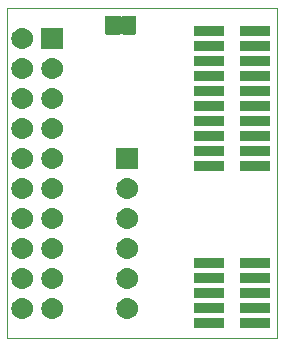
<source format=gbr>
G04 #@! TF.GenerationSoftware,KiCad,Pcbnew,(5.1.4)-1*
G04 #@! TF.CreationDate,2020-04-26T19:25:10+02:00*
G04 #@! TF.ProjectId,JtagArm20Adapter,4a746167-4172-46d3-9230-416461707465,rev?*
G04 #@! TF.SameCoordinates,Original*
G04 #@! TF.FileFunction,Soldermask,Top*
G04 #@! TF.FilePolarity,Negative*
%FSLAX46Y46*%
G04 Gerber Fmt 4.6, Leading zero omitted, Abs format (unit mm)*
G04 Created by KiCad (PCBNEW (5.1.4)-1) date 2020-04-26 19:25:10*
%MOMM*%
%LPD*%
G04 APERTURE LIST*
%ADD10C,0.050000*%
%ADD11C,0.100000*%
G04 APERTURE END LIST*
D10*
X138430000Y-107950000D02*
X138430000Y-80010000D01*
X161290000Y-107950000D02*
X138430000Y-107950000D01*
X161290000Y-80010000D02*
X161290000Y-107950000D01*
X138430000Y-80010000D02*
X161290000Y-80010000D01*
D11*
G36*
X160681000Y-107101000D02*
G01*
X158179000Y-107101000D01*
X158179000Y-106259000D01*
X160681000Y-106259000D01*
X160681000Y-107101000D01*
X160681000Y-107101000D01*
G37*
G36*
X156781000Y-107101000D02*
G01*
X154279000Y-107101000D01*
X154279000Y-106259000D01*
X156781000Y-106259000D01*
X156781000Y-107101000D01*
X156781000Y-107101000D01*
G37*
G36*
X148700443Y-104515519D02*
G01*
X148766627Y-104522037D01*
X148936466Y-104573557D01*
X149092991Y-104657222D01*
X149128729Y-104686552D01*
X149230186Y-104769814D01*
X149313448Y-104871271D01*
X149342778Y-104907009D01*
X149426443Y-105063534D01*
X149477963Y-105233373D01*
X149495359Y-105410000D01*
X149477963Y-105586627D01*
X149426443Y-105756466D01*
X149342778Y-105912991D01*
X149313448Y-105948729D01*
X149230186Y-106050186D01*
X149128729Y-106133448D01*
X149092991Y-106162778D01*
X148936466Y-106246443D01*
X148766627Y-106297963D01*
X148700442Y-106304482D01*
X148634260Y-106311000D01*
X148545740Y-106311000D01*
X148479558Y-106304482D01*
X148413373Y-106297963D01*
X148243534Y-106246443D01*
X148087009Y-106162778D01*
X148051271Y-106133448D01*
X147949814Y-106050186D01*
X147866552Y-105948729D01*
X147837222Y-105912991D01*
X147753557Y-105756466D01*
X147702037Y-105586627D01*
X147684641Y-105410000D01*
X147702037Y-105233373D01*
X147753557Y-105063534D01*
X147837222Y-104907009D01*
X147866552Y-104871271D01*
X147949814Y-104769814D01*
X148051271Y-104686552D01*
X148087009Y-104657222D01*
X148243534Y-104573557D01*
X148413373Y-104522037D01*
X148479557Y-104515519D01*
X148545740Y-104509000D01*
X148634260Y-104509000D01*
X148700443Y-104515519D01*
X148700443Y-104515519D01*
G37*
G36*
X142350443Y-104515519D02*
G01*
X142416627Y-104522037D01*
X142586466Y-104573557D01*
X142742991Y-104657222D01*
X142778729Y-104686552D01*
X142880186Y-104769814D01*
X142963448Y-104871271D01*
X142992778Y-104907009D01*
X143076443Y-105063534D01*
X143127963Y-105233373D01*
X143145359Y-105410000D01*
X143127963Y-105586627D01*
X143076443Y-105756466D01*
X142992778Y-105912991D01*
X142963448Y-105948729D01*
X142880186Y-106050186D01*
X142778729Y-106133448D01*
X142742991Y-106162778D01*
X142586466Y-106246443D01*
X142416627Y-106297963D01*
X142350442Y-106304482D01*
X142284260Y-106311000D01*
X142195740Y-106311000D01*
X142129558Y-106304482D01*
X142063373Y-106297963D01*
X141893534Y-106246443D01*
X141737009Y-106162778D01*
X141701271Y-106133448D01*
X141599814Y-106050186D01*
X141516552Y-105948729D01*
X141487222Y-105912991D01*
X141403557Y-105756466D01*
X141352037Y-105586627D01*
X141334641Y-105410000D01*
X141352037Y-105233373D01*
X141403557Y-105063534D01*
X141487222Y-104907009D01*
X141516552Y-104871271D01*
X141599814Y-104769814D01*
X141701271Y-104686552D01*
X141737009Y-104657222D01*
X141893534Y-104573557D01*
X142063373Y-104522037D01*
X142129557Y-104515519D01*
X142195740Y-104509000D01*
X142284260Y-104509000D01*
X142350443Y-104515519D01*
X142350443Y-104515519D01*
G37*
G36*
X139810443Y-104515519D02*
G01*
X139876627Y-104522037D01*
X140046466Y-104573557D01*
X140202991Y-104657222D01*
X140238729Y-104686552D01*
X140340186Y-104769814D01*
X140423448Y-104871271D01*
X140452778Y-104907009D01*
X140536443Y-105063534D01*
X140587963Y-105233373D01*
X140605359Y-105410000D01*
X140587963Y-105586627D01*
X140536443Y-105756466D01*
X140452778Y-105912991D01*
X140423448Y-105948729D01*
X140340186Y-106050186D01*
X140238729Y-106133448D01*
X140202991Y-106162778D01*
X140046466Y-106246443D01*
X139876627Y-106297963D01*
X139810442Y-106304482D01*
X139744260Y-106311000D01*
X139655740Y-106311000D01*
X139589558Y-106304482D01*
X139523373Y-106297963D01*
X139353534Y-106246443D01*
X139197009Y-106162778D01*
X139161271Y-106133448D01*
X139059814Y-106050186D01*
X138976552Y-105948729D01*
X138947222Y-105912991D01*
X138863557Y-105756466D01*
X138812037Y-105586627D01*
X138794641Y-105410000D01*
X138812037Y-105233373D01*
X138863557Y-105063534D01*
X138947222Y-104907009D01*
X138976552Y-104871271D01*
X139059814Y-104769814D01*
X139161271Y-104686552D01*
X139197009Y-104657222D01*
X139353534Y-104573557D01*
X139523373Y-104522037D01*
X139589557Y-104515519D01*
X139655740Y-104509000D01*
X139744260Y-104509000D01*
X139810443Y-104515519D01*
X139810443Y-104515519D01*
G37*
G36*
X160681000Y-105831000D02*
G01*
X158179000Y-105831000D01*
X158179000Y-104989000D01*
X160681000Y-104989000D01*
X160681000Y-105831000D01*
X160681000Y-105831000D01*
G37*
G36*
X156781000Y-105831000D02*
G01*
X154279000Y-105831000D01*
X154279000Y-104989000D01*
X156781000Y-104989000D01*
X156781000Y-105831000D01*
X156781000Y-105831000D01*
G37*
G36*
X160681000Y-104561000D02*
G01*
X158179000Y-104561000D01*
X158179000Y-103719000D01*
X160681000Y-103719000D01*
X160681000Y-104561000D01*
X160681000Y-104561000D01*
G37*
G36*
X156781000Y-104561000D02*
G01*
X154279000Y-104561000D01*
X154279000Y-103719000D01*
X156781000Y-103719000D01*
X156781000Y-104561000D01*
X156781000Y-104561000D01*
G37*
G36*
X142350442Y-101975518D02*
G01*
X142416627Y-101982037D01*
X142586466Y-102033557D01*
X142742991Y-102117222D01*
X142778729Y-102146552D01*
X142880186Y-102229814D01*
X142963448Y-102331271D01*
X142992778Y-102367009D01*
X143076443Y-102523534D01*
X143127963Y-102693373D01*
X143145359Y-102870000D01*
X143127963Y-103046627D01*
X143076443Y-103216466D01*
X142992778Y-103372991D01*
X142963448Y-103408729D01*
X142880186Y-103510186D01*
X142778729Y-103593448D01*
X142742991Y-103622778D01*
X142586466Y-103706443D01*
X142416627Y-103757963D01*
X142350443Y-103764481D01*
X142284260Y-103771000D01*
X142195740Y-103771000D01*
X142129557Y-103764481D01*
X142063373Y-103757963D01*
X141893534Y-103706443D01*
X141737009Y-103622778D01*
X141701271Y-103593448D01*
X141599814Y-103510186D01*
X141516552Y-103408729D01*
X141487222Y-103372991D01*
X141403557Y-103216466D01*
X141352037Y-103046627D01*
X141334641Y-102870000D01*
X141352037Y-102693373D01*
X141403557Y-102523534D01*
X141487222Y-102367009D01*
X141516552Y-102331271D01*
X141599814Y-102229814D01*
X141701271Y-102146552D01*
X141737009Y-102117222D01*
X141893534Y-102033557D01*
X142063373Y-101982037D01*
X142129558Y-101975518D01*
X142195740Y-101969000D01*
X142284260Y-101969000D01*
X142350442Y-101975518D01*
X142350442Y-101975518D01*
G37*
G36*
X148700442Y-101975518D02*
G01*
X148766627Y-101982037D01*
X148936466Y-102033557D01*
X149092991Y-102117222D01*
X149128729Y-102146552D01*
X149230186Y-102229814D01*
X149313448Y-102331271D01*
X149342778Y-102367009D01*
X149426443Y-102523534D01*
X149477963Y-102693373D01*
X149495359Y-102870000D01*
X149477963Y-103046627D01*
X149426443Y-103216466D01*
X149342778Y-103372991D01*
X149313448Y-103408729D01*
X149230186Y-103510186D01*
X149128729Y-103593448D01*
X149092991Y-103622778D01*
X148936466Y-103706443D01*
X148766627Y-103757963D01*
X148700443Y-103764481D01*
X148634260Y-103771000D01*
X148545740Y-103771000D01*
X148479557Y-103764481D01*
X148413373Y-103757963D01*
X148243534Y-103706443D01*
X148087009Y-103622778D01*
X148051271Y-103593448D01*
X147949814Y-103510186D01*
X147866552Y-103408729D01*
X147837222Y-103372991D01*
X147753557Y-103216466D01*
X147702037Y-103046627D01*
X147684641Y-102870000D01*
X147702037Y-102693373D01*
X147753557Y-102523534D01*
X147837222Y-102367009D01*
X147866552Y-102331271D01*
X147949814Y-102229814D01*
X148051271Y-102146552D01*
X148087009Y-102117222D01*
X148243534Y-102033557D01*
X148413373Y-101982037D01*
X148479558Y-101975518D01*
X148545740Y-101969000D01*
X148634260Y-101969000D01*
X148700442Y-101975518D01*
X148700442Y-101975518D01*
G37*
G36*
X139810442Y-101975518D02*
G01*
X139876627Y-101982037D01*
X140046466Y-102033557D01*
X140202991Y-102117222D01*
X140238729Y-102146552D01*
X140340186Y-102229814D01*
X140423448Y-102331271D01*
X140452778Y-102367009D01*
X140536443Y-102523534D01*
X140587963Y-102693373D01*
X140605359Y-102870000D01*
X140587963Y-103046627D01*
X140536443Y-103216466D01*
X140452778Y-103372991D01*
X140423448Y-103408729D01*
X140340186Y-103510186D01*
X140238729Y-103593448D01*
X140202991Y-103622778D01*
X140046466Y-103706443D01*
X139876627Y-103757963D01*
X139810443Y-103764481D01*
X139744260Y-103771000D01*
X139655740Y-103771000D01*
X139589557Y-103764481D01*
X139523373Y-103757963D01*
X139353534Y-103706443D01*
X139197009Y-103622778D01*
X139161271Y-103593448D01*
X139059814Y-103510186D01*
X138976552Y-103408729D01*
X138947222Y-103372991D01*
X138863557Y-103216466D01*
X138812037Y-103046627D01*
X138794641Y-102870000D01*
X138812037Y-102693373D01*
X138863557Y-102523534D01*
X138947222Y-102367009D01*
X138976552Y-102331271D01*
X139059814Y-102229814D01*
X139161271Y-102146552D01*
X139197009Y-102117222D01*
X139353534Y-102033557D01*
X139523373Y-101982037D01*
X139589558Y-101975518D01*
X139655740Y-101969000D01*
X139744260Y-101969000D01*
X139810442Y-101975518D01*
X139810442Y-101975518D01*
G37*
G36*
X160681000Y-103291000D02*
G01*
X158179000Y-103291000D01*
X158179000Y-102449000D01*
X160681000Y-102449000D01*
X160681000Y-103291000D01*
X160681000Y-103291000D01*
G37*
G36*
X156781000Y-103291000D02*
G01*
X154279000Y-103291000D01*
X154279000Y-102449000D01*
X156781000Y-102449000D01*
X156781000Y-103291000D01*
X156781000Y-103291000D01*
G37*
G36*
X160681000Y-102021000D02*
G01*
X158179000Y-102021000D01*
X158179000Y-101179000D01*
X160681000Y-101179000D01*
X160681000Y-102021000D01*
X160681000Y-102021000D01*
G37*
G36*
X156781000Y-102021000D02*
G01*
X154279000Y-102021000D01*
X154279000Y-101179000D01*
X156781000Y-101179000D01*
X156781000Y-102021000D01*
X156781000Y-102021000D01*
G37*
G36*
X148700443Y-99435519D02*
G01*
X148766627Y-99442037D01*
X148936466Y-99493557D01*
X149092991Y-99577222D01*
X149128729Y-99606552D01*
X149230186Y-99689814D01*
X149313448Y-99791271D01*
X149342778Y-99827009D01*
X149426443Y-99983534D01*
X149477963Y-100153373D01*
X149495359Y-100330000D01*
X149477963Y-100506627D01*
X149426443Y-100676466D01*
X149342778Y-100832991D01*
X149313448Y-100868729D01*
X149230186Y-100970186D01*
X149128729Y-101053448D01*
X149092991Y-101082778D01*
X148936466Y-101166443D01*
X148766627Y-101217963D01*
X148700443Y-101224481D01*
X148634260Y-101231000D01*
X148545740Y-101231000D01*
X148479558Y-101224482D01*
X148413373Y-101217963D01*
X148243534Y-101166443D01*
X148087009Y-101082778D01*
X148051271Y-101053448D01*
X147949814Y-100970186D01*
X147866552Y-100868729D01*
X147837222Y-100832991D01*
X147753557Y-100676466D01*
X147702037Y-100506627D01*
X147684641Y-100330000D01*
X147702037Y-100153373D01*
X147753557Y-99983534D01*
X147837222Y-99827009D01*
X147866552Y-99791271D01*
X147949814Y-99689814D01*
X148051271Y-99606552D01*
X148087009Y-99577222D01*
X148243534Y-99493557D01*
X148413373Y-99442037D01*
X148479558Y-99435518D01*
X148545740Y-99429000D01*
X148634260Y-99429000D01*
X148700443Y-99435519D01*
X148700443Y-99435519D01*
G37*
G36*
X142350443Y-99435519D02*
G01*
X142416627Y-99442037D01*
X142586466Y-99493557D01*
X142742991Y-99577222D01*
X142778729Y-99606552D01*
X142880186Y-99689814D01*
X142963448Y-99791271D01*
X142992778Y-99827009D01*
X143076443Y-99983534D01*
X143127963Y-100153373D01*
X143145359Y-100330000D01*
X143127963Y-100506627D01*
X143076443Y-100676466D01*
X142992778Y-100832991D01*
X142963448Y-100868729D01*
X142880186Y-100970186D01*
X142778729Y-101053448D01*
X142742991Y-101082778D01*
X142586466Y-101166443D01*
X142416627Y-101217963D01*
X142350443Y-101224481D01*
X142284260Y-101231000D01*
X142195740Y-101231000D01*
X142129558Y-101224482D01*
X142063373Y-101217963D01*
X141893534Y-101166443D01*
X141737009Y-101082778D01*
X141701271Y-101053448D01*
X141599814Y-100970186D01*
X141516552Y-100868729D01*
X141487222Y-100832991D01*
X141403557Y-100676466D01*
X141352037Y-100506627D01*
X141334641Y-100330000D01*
X141352037Y-100153373D01*
X141403557Y-99983534D01*
X141487222Y-99827009D01*
X141516552Y-99791271D01*
X141599814Y-99689814D01*
X141701271Y-99606552D01*
X141737009Y-99577222D01*
X141893534Y-99493557D01*
X142063373Y-99442037D01*
X142129558Y-99435518D01*
X142195740Y-99429000D01*
X142284260Y-99429000D01*
X142350443Y-99435519D01*
X142350443Y-99435519D01*
G37*
G36*
X139810443Y-99435519D02*
G01*
X139876627Y-99442037D01*
X140046466Y-99493557D01*
X140202991Y-99577222D01*
X140238729Y-99606552D01*
X140340186Y-99689814D01*
X140423448Y-99791271D01*
X140452778Y-99827009D01*
X140536443Y-99983534D01*
X140587963Y-100153373D01*
X140605359Y-100330000D01*
X140587963Y-100506627D01*
X140536443Y-100676466D01*
X140452778Y-100832991D01*
X140423448Y-100868729D01*
X140340186Y-100970186D01*
X140238729Y-101053448D01*
X140202991Y-101082778D01*
X140046466Y-101166443D01*
X139876627Y-101217963D01*
X139810443Y-101224481D01*
X139744260Y-101231000D01*
X139655740Y-101231000D01*
X139589558Y-101224482D01*
X139523373Y-101217963D01*
X139353534Y-101166443D01*
X139197009Y-101082778D01*
X139161271Y-101053448D01*
X139059814Y-100970186D01*
X138976552Y-100868729D01*
X138947222Y-100832991D01*
X138863557Y-100676466D01*
X138812037Y-100506627D01*
X138794641Y-100330000D01*
X138812037Y-100153373D01*
X138863557Y-99983534D01*
X138947222Y-99827009D01*
X138976552Y-99791271D01*
X139059814Y-99689814D01*
X139161271Y-99606552D01*
X139197009Y-99577222D01*
X139353534Y-99493557D01*
X139523373Y-99442037D01*
X139589558Y-99435518D01*
X139655740Y-99429000D01*
X139744260Y-99429000D01*
X139810443Y-99435519D01*
X139810443Y-99435519D01*
G37*
G36*
X142350442Y-96895518D02*
G01*
X142416627Y-96902037D01*
X142586466Y-96953557D01*
X142742991Y-97037222D01*
X142778729Y-97066552D01*
X142880186Y-97149814D01*
X142963448Y-97251271D01*
X142992778Y-97287009D01*
X143076443Y-97443534D01*
X143127963Y-97613373D01*
X143145359Y-97790000D01*
X143127963Y-97966627D01*
X143076443Y-98136466D01*
X142992778Y-98292991D01*
X142963448Y-98328729D01*
X142880186Y-98430186D01*
X142778729Y-98513448D01*
X142742991Y-98542778D01*
X142586466Y-98626443D01*
X142416627Y-98677963D01*
X142350442Y-98684482D01*
X142284260Y-98691000D01*
X142195740Y-98691000D01*
X142129558Y-98684482D01*
X142063373Y-98677963D01*
X141893534Y-98626443D01*
X141737009Y-98542778D01*
X141701271Y-98513448D01*
X141599814Y-98430186D01*
X141516552Y-98328729D01*
X141487222Y-98292991D01*
X141403557Y-98136466D01*
X141352037Y-97966627D01*
X141334641Y-97790000D01*
X141352037Y-97613373D01*
X141403557Y-97443534D01*
X141487222Y-97287009D01*
X141516552Y-97251271D01*
X141599814Y-97149814D01*
X141701271Y-97066552D01*
X141737009Y-97037222D01*
X141893534Y-96953557D01*
X142063373Y-96902037D01*
X142129558Y-96895518D01*
X142195740Y-96889000D01*
X142284260Y-96889000D01*
X142350442Y-96895518D01*
X142350442Y-96895518D01*
G37*
G36*
X139810442Y-96895518D02*
G01*
X139876627Y-96902037D01*
X140046466Y-96953557D01*
X140202991Y-97037222D01*
X140238729Y-97066552D01*
X140340186Y-97149814D01*
X140423448Y-97251271D01*
X140452778Y-97287009D01*
X140536443Y-97443534D01*
X140587963Y-97613373D01*
X140605359Y-97790000D01*
X140587963Y-97966627D01*
X140536443Y-98136466D01*
X140452778Y-98292991D01*
X140423448Y-98328729D01*
X140340186Y-98430186D01*
X140238729Y-98513448D01*
X140202991Y-98542778D01*
X140046466Y-98626443D01*
X139876627Y-98677963D01*
X139810442Y-98684482D01*
X139744260Y-98691000D01*
X139655740Y-98691000D01*
X139589558Y-98684482D01*
X139523373Y-98677963D01*
X139353534Y-98626443D01*
X139197009Y-98542778D01*
X139161271Y-98513448D01*
X139059814Y-98430186D01*
X138976552Y-98328729D01*
X138947222Y-98292991D01*
X138863557Y-98136466D01*
X138812037Y-97966627D01*
X138794641Y-97790000D01*
X138812037Y-97613373D01*
X138863557Y-97443534D01*
X138947222Y-97287009D01*
X138976552Y-97251271D01*
X139059814Y-97149814D01*
X139161271Y-97066552D01*
X139197009Y-97037222D01*
X139353534Y-96953557D01*
X139523373Y-96902037D01*
X139589558Y-96895518D01*
X139655740Y-96889000D01*
X139744260Y-96889000D01*
X139810442Y-96895518D01*
X139810442Y-96895518D01*
G37*
G36*
X148700442Y-96895518D02*
G01*
X148766627Y-96902037D01*
X148936466Y-96953557D01*
X149092991Y-97037222D01*
X149128729Y-97066552D01*
X149230186Y-97149814D01*
X149313448Y-97251271D01*
X149342778Y-97287009D01*
X149426443Y-97443534D01*
X149477963Y-97613373D01*
X149495359Y-97790000D01*
X149477963Y-97966627D01*
X149426443Y-98136466D01*
X149342778Y-98292991D01*
X149313448Y-98328729D01*
X149230186Y-98430186D01*
X149128729Y-98513448D01*
X149092991Y-98542778D01*
X148936466Y-98626443D01*
X148766627Y-98677963D01*
X148700442Y-98684482D01*
X148634260Y-98691000D01*
X148545740Y-98691000D01*
X148479558Y-98684482D01*
X148413373Y-98677963D01*
X148243534Y-98626443D01*
X148087009Y-98542778D01*
X148051271Y-98513448D01*
X147949814Y-98430186D01*
X147866552Y-98328729D01*
X147837222Y-98292991D01*
X147753557Y-98136466D01*
X147702037Y-97966627D01*
X147684641Y-97790000D01*
X147702037Y-97613373D01*
X147753557Y-97443534D01*
X147837222Y-97287009D01*
X147866552Y-97251271D01*
X147949814Y-97149814D01*
X148051271Y-97066552D01*
X148087009Y-97037222D01*
X148243534Y-96953557D01*
X148413373Y-96902037D01*
X148479558Y-96895518D01*
X148545740Y-96889000D01*
X148634260Y-96889000D01*
X148700442Y-96895518D01*
X148700442Y-96895518D01*
G37*
G36*
X142350442Y-94355518D02*
G01*
X142416627Y-94362037D01*
X142586466Y-94413557D01*
X142742991Y-94497222D01*
X142778729Y-94526552D01*
X142880186Y-94609814D01*
X142963448Y-94711271D01*
X142992778Y-94747009D01*
X143076443Y-94903534D01*
X143127963Y-95073373D01*
X143145359Y-95250000D01*
X143127963Y-95426627D01*
X143076443Y-95596466D01*
X142992778Y-95752991D01*
X142963448Y-95788729D01*
X142880186Y-95890186D01*
X142778729Y-95973448D01*
X142742991Y-96002778D01*
X142586466Y-96086443D01*
X142416627Y-96137963D01*
X142350443Y-96144481D01*
X142284260Y-96151000D01*
X142195740Y-96151000D01*
X142129558Y-96144482D01*
X142063373Y-96137963D01*
X141893534Y-96086443D01*
X141737009Y-96002778D01*
X141701271Y-95973448D01*
X141599814Y-95890186D01*
X141516552Y-95788729D01*
X141487222Y-95752991D01*
X141403557Y-95596466D01*
X141352037Y-95426627D01*
X141334641Y-95250000D01*
X141352037Y-95073373D01*
X141403557Y-94903534D01*
X141487222Y-94747009D01*
X141516552Y-94711271D01*
X141599814Y-94609814D01*
X141701271Y-94526552D01*
X141737009Y-94497222D01*
X141893534Y-94413557D01*
X142063373Y-94362037D01*
X142129557Y-94355519D01*
X142195740Y-94349000D01*
X142284260Y-94349000D01*
X142350442Y-94355518D01*
X142350442Y-94355518D01*
G37*
G36*
X139810442Y-94355518D02*
G01*
X139876627Y-94362037D01*
X140046466Y-94413557D01*
X140202991Y-94497222D01*
X140238729Y-94526552D01*
X140340186Y-94609814D01*
X140423448Y-94711271D01*
X140452778Y-94747009D01*
X140536443Y-94903534D01*
X140587963Y-95073373D01*
X140605359Y-95250000D01*
X140587963Y-95426627D01*
X140536443Y-95596466D01*
X140452778Y-95752991D01*
X140423448Y-95788729D01*
X140340186Y-95890186D01*
X140238729Y-95973448D01*
X140202991Y-96002778D01*
X140046466Y-96086443D01*
X139876627Y-96137963D01*
X139810443Y-96144481D01*
X139744260Y-96151000D01*
X139655740Y-96151000D01*
X139589558Y-96144482D01*
X139523373Y-96137963D01*
X139353534Y-96086443D01*
X139197009Y-96002778D01*
X139161271Y-95973448D01*
X139059814Y-95890186D01*
X138976552Y-95788729D01*
X138947222Y-95752991D01*
X138863557Y-95596466D01*
X138812037Y-95426627D01*
X138794641Y-95250000D01*
X138812037Y-95073373D01*
X138863557Y-94903534D01*
X138947222Y-94747009D01*
X138976552Y-94711271D01*
X139059814Y-94609814D01*
X139161271Y-94526552D01*
X139197009Y-94497222D01*
X139353534Y-94413557D01*
X139523373Y-94362037D01*
X139589557Y-94355519D01*
X139655740Y-94349000D01*
X139744260Y-94349000D01*
X139810442Y-94355518D01*
X139810442Y-94355518D01*
G37*
G36*
X148700442Y-94355518D02*
G01*
X148766627Y-94362037D01*
X148936466Y-94413557D01*
X149092991Y-94497222D01*
X149128729Y-94526552D01*
X149230186Y-94609814D01*
X149313448Y-94711271D01*
X149342778Y-94747009D01*
X149426443Y-94903534D01*
X149477963Y-95073373D01*
X149495359Y-95250000D01*
X149477963Y-95426627D01*
X149426443Y-95596466D01*
X149342778Y-95752991D01*
X149313448Y-95788729D01*
X149230186Y-95890186D01*
X149128729Y-95973448D01*
X149092991Y-96002778D01*
X148936466Y-96086443D01*
X148766627Y-96137963D01*
X148700443Y-96144481D01*
X148634260Y-96151000D01*
X148545740Y-96151000D01*
X148479558Y-96144482D01*
X148413373Y-96137963D01*
X148243534Y-96086443D01*
X148087009Y-96002778D01*
X148051271Y-95973448D01*
X147949814Y-95890186D01*
X147866552Y-95788729D01*
X147837222Y-95752991D01*
X147753557Y-95596466D01*
X147702037Y-95426627D01*
X147684641Y-95250000D01*
X147702037Y-95073373D01*
X147753557Y-94903534D01*
X147837222Y-94747009D01*
X147866552Y-94711271D01*
X147949814Y-94609814D01*
X148051271Y-94526552D01*
X148087009Y-94497222D01*
X148243534Y-94413557D01*
X148413373Y-94362037D01*
X148479557Y-94355519D01*
X148545740Y-94349000D01*
X148634260Y-94349000D01*
X148700442Y-94355518D01*
X148700442Y-94355518D01*
G37*
G36*
X160681000Y-93766000D02*
G01*
X158179000Y-93766000D01*
X158179000Y-92924000D01*
X160681000Y-92924000D01*
X160681000Y-93766000D01*
X160681000Y-93766000D01*
G37*
G36*
X156781000Y-93766000D02*
G01*
X154279000Y-93766000D01*
X154279000Y-92924000D01*
X156781000Y-92924000D01*
X156781000Y-93766000D01*
X156781000Y-93766000D01*
G37*
G36*
X149491000Y-93611000D02*
G01*
X147689000Y-93611000D01*
X147689000Y-91809000D01*
X149491000Y-91809000D01*
X149491000Y-93611000D01*
X149491000Y-93611000D01*
G37*
G36*
X142350442Y-91815518D02*
G01*
X142416627Y-91822037D01*
X142586466Y-91873557D01*
X142742991Y-91957222D01*
X142778729Y-91986552D01*
X142880186Y-92069814D01*
X142963448Y-92171271D01*
X142992778Y-92207009D01*
X143076443Y-92363534D01*
X143127963Y-92533373D01*
X143145359Y-92710000D01*
X143127963Y-92886627D01*
X143076443Y-93056466D01*
X142992778Y-93212991D01*
X142963448Y-93248729D01*
X142880186Y-93350186D01*
X142778729Y-93433448D01*
X142742991Y-93462778D01*
X142586466Y-93546443D01*
X142416627Y-93597963D01*
X142350442Y-93604482D01*
X142284260Y-93611000D01*
X142195740Y-93611000D01*
X142129557Y-93604481D01*
X142063373Y-93597963D01*
X141893534Y-93546443D01*
X141737009Y-93462778D01*
X141701271Y-93433448D01*
X141599814Y-93350186D01*
X141516552Y-93248729D01*
X141487222Y-93212991D01*
X141403557Y-93056466D01*
X141352037Y-92886627D01*
X141334641Y-92710000D01*
X141352037Y-92533373D01*
X141403557Y-92363534D01*
X141487222Y-92207009D01*
X141516552Y-92171271D01*
X141599814Y-92069814D01*
X141701271Y-91986552D01*
X141737009Y-91957222D01*
X141893534Y-91873557D01*
X142063373Y-91822037D01*
X142129558Y-91815518D01*
X142195740Y-91809000D01*
X142284260Y-91809000D01*
X142350442Y-91815518D01*
X142350442Y-91815518D01*
G37*
G36*
X139810442Y-91815518D02*
G01*
X139876627Y-91822037D01*
X140046466Y-91873557D01*
X140202991Y-91957222D01*
X140238729Y-91986552D01*
X140340186Y-92069814D01*
X140423448Y-92171271D01*
X140452778Y-92207009D01*
X140536443Y-92363534D01*
X140587963Y-92533373D01*
X140605359Y-92710000D01*
X140587963Y-92886627D01*
X140536443Y-93056466D01*
X140452778Y-93212991D01*
X140423448Y-93248729D01*
X140340186Y-93350186D01*
X140238729Y-93433448D01*
X140202991Y-93462778D01*
X140046466Y-93546443D01*
X139876627Y-93597963D01*
X139810442Y-93604482D01*
X139744260Y-93611000D01*
X139655740Y-93611000D01*
X139589557Y-93604481D01*
X139523373Y-93597963D01*
X139353534Y-93546443D01*
X139197009Y-93462778D01*
X139161271Y-93433448D01*
X139059814Y-93350186D01*
X138976552Y-93248729D01*
X138947222Y-93212991D01*
X138863557Y-93056466D01*
X138812037Y-92886627D01*
X138794641Y-92710000D01*
X138812037Y-92533373D01*
X138863557Y-92363534D01*
X138947222Y-92207009D01*
X138976552Y-92171271D01*
X139059814Y-92069814D01*
X139161271Y-91986552D01*
X139197009Y-91957222D01*
X139353534Y-91873557D01*
X139523373Y-91822037D01*
X139589558Y-91815518D01*
X139655740Y-91809000D01*
X139744260Y-91809000D01*
X139810442Y-91815518D01*
X139810442Y-91815518D01*
G37*
G36*
X156781000Y-92496000D02*
G01*
X154279000Y-92496000D01*
X154279000Y-91654000D01*
X156781000Y-91654000D01*
X156781000Y-92496000D01*
X156781000Y-92496000D01*
G37*
G36*
X160681000Y-92496000D02*
G01*
X158179000Y-92496000D01*
X158179000Y-91654000D01*
X160681000Y-91654000D01*
X160681000Y-92496000D01*
X160681000Y-92496000D01*
G37*
G36*
X160681000Y-91226000D02*
G01*
X158179000Y-91226000D01*
X158179000Y-90384000D01*
X160681000Y-90384000D01*
X160681000Y-91226000D01*
X160681000Y-91226000D01*
G37*
G36*
X156781000Y-91226000D02*
G01*
X154279000Y-91226000D01*
X154279000Y-90384000D01*
X156781000Y-90384000D01*
X156781000Y-91226000D01*
X156781000Y-91226000D01*
G37*
G36*
X142350443Y-89275519D02*
G01*
X142416627Y-89282037D01*
X142586466Y-89333557D01*
X142742991Y-89417222D01*
X142778729Y-89446552D01*
X142880186Y-89529814D01*
X142963448Y-89631271D01*
X142992778Y-89667009D01*
X143076443Y-89823534D01*
X143127963Y-89993373D01*
X143145359Y-90170000D01*
X143127963Y-90346627D01*
X143076443Y-90516466D01*
X142992778Y-90672991D01*
X142963448Y-90708729D01*
X142880186Y-90810186D01*
X142778729Y-90893448D01*
X142742991Y-90922778D01*
X142586466Y-91006443D01*
X142416627Y-91057963D01*
X142350442Y-91064482D01*
X142284260Y-91071000D01*
X142195740Y-91071000D01*
X142129558Y-91064482D01*
X142063373Y-91057963D01*
X141893534Y-91006443D01*
X141737009Y-90922778D01*
X141701271Y-90893448D01*
X141599814Y-90810186D01*
X141516552Y-90708729D01*
X141487222Y-90672991D01*
X141403557Y-90516466D01*
X141352037Y-90346627D01*
X141334641Y-90170000D01*
X141352037Y-89993373D01*
X141403557Y-89823534D01*
X141487222Y-89667009D01*
X141516552Y-89631271D01*
X141599814Y-89529814D01*
X141701271Y-89446552D01*
X141737009Y-89417222D01*
X141893534Y-89333557D01*
X142063373Y-89282037D01*
X142129557Y-89275519D01*
X142195740Y-89269000D01*
X142284260Y-89269000D01*
X142350443Y-89275519D01*
X142350443Y-89275519D01*
G37*
G36*
X139810443Y-89275519D02*
G01*
X139876627Y-89282037D01*
X140046466Y-89333557D01*
X140202991Y-89417222D01*
X140238729Y-89446552D01*
X140340186Y-89529814D01*
X140423448Y-89631271D01*
X140452778Y-89667009D01*
X140536443Y-89823534D01*
X140587963Y-89993373D01*
X140605359Y-90170000D01*
X140587963Y-90346627D01*
X140536443Y-90516466D01*
X140452778Y-90672991D01*
X140423448Y-90708729D01*
X140340186Y-90810186D01*
X140238729Y-90893448D01*
X140202991Y-90922778D01*
X140046466Y-91006443D01*
X139876627Y-91057963D01*
X139810442Y-91064482D01*
X139744260Y-91071000D01*
X139655740Y-91071000D01*
X139589558Y-91064482D01*
X139523373Y-91057963D01*
X139353534Y-91006443D01*
X139197009Y-90922778D01*
X139161271Y-90893448D01*
X139059814Y-90810186D01*
X138976552Y-90708729D01*
X138947222Y-90672991D01*
X138863557Y-90516466D01*
X138812037Y-90346627D01*
X138794641Y-90170000D01*
X138812037Y-89993373D01*
X138863557Y-89823534D01*
X138947222Y-89667009D01*
X138976552Y-89631271D01*
X139059814Y-89529814D01*
X139161271Y-89446552D01*
X139197009Y-89417222D01*
X139353534Y-89333557D01*
X139523373Y-89282037D01*
X139589557Y-89275519D01*
X139655740Y-89269000D01*
X139744260Y-89269000D01*
X139810443Y-89275519D01*
X139810443Y-89275519D01*
G37*
G36*
X160681000Y-89956000D02*
G01*
X158179000Y-89956000D01*
X158179000Y-89114000D01*
X160681000Y-89114000D01*
X160681000Y-89956000D01*
X160681000Y-89956000D01*
G37*
G36*
X156781000Y-89956000D02*
G01*
X154279000Y-89956000D01*
X154279000Y-89114000D01*
X156781000Y-89114000D01*
X156781000Y-89956000D01*
X156781000Y-89956000D01*
G37*
G36*
X156781000Y-88686000D02*
G01*
X154279000Y-88686000D01*
X154279000Y-87844000D01*
X156781000Y-87844000D01*
X156781000Y-88686000D01*
X156781000Y-88686000D01*
G37*
G36*
X160681000Y-88686000D02*
G01*
X158179000Y-88686000D01*
X158179000Y-87844000D01*
X160681000Y-87844000D01*
X160681000Y-88686000D01*
X160681000Y-88686000D01*
G37*
G36*
X142350442Y-86735518D02*
G01*
X142416627Y-86742037D01*
X142586466Y-86793557D01*
X142742991Y-86877222D01*
X142778729Y-86906552D01*
X142880186Y-86989814D01*
X142963448Y-87091271D01*
X142992778Y-87127009D01*
X143076443Y-87283534D01*
X143127963Y-87453373D01*
X143145359Y-87630000D01*
X143127963Y-87806627D01*
X143076443Y-87976466D01*
X142992778Y-88132991D01*
X142963448Y-88168729D01*
X142880186Y-88270186D01*
X142778729Y-88353448D01*
X142742991Y-88382778D01*
X142586466Y-88466443D01*
X142416627Y-88517963D01*
X142350442Y-88524482D01*
X142284260Y-88531000D01*
X142195740Y-88531000D01*
X142129558Y-88524482D01*
X142063373Y-88517963D01*
X141893534Y-88466443D01*
X141737009Y-88382778D01*
X141701271Y-88353448D01*
X141599814Y-88270186D01*
X141516552Y-88168729D01*
X141487222Y-88132991D01*
X141403557Y-87976466D01*
X141352037Y-87806627D01*
X141334641Y-87630000D01*
X141352037Y-87453373D01*
X141403557Y-87283534D01*
X141487222Y-87127009D01*
X141516552Y-87091271D01*
X141599814Y-86989814D01*
X141701271Y-86906552D01*
X141737009Y-86877222D01*
X141893534Y-86793557D01*
X142063373Y-86742037D01*
X142129558Y-86735518D01*
X142195740Y-86729000D01*
X142284260Y-86729000D01*
X142350442Y-86735518D01*
X142350442Y-86735518D01*
G37*
G36*
X139810442Y-86735518D02*
G01*
X139876627Y-86742037D01*
X140046466Y-86793557D01*
X140202991Y-86877222D01*
X140238729Y-86906552D01*
X140340186Y-86989814D01*
X140423448Y-87091271D01*
X140452778Y-87127009D01*
X140536443Y-87283534D01*
X140587963Y-87453373D01*
X140605359Y-87630000D01*
X140587963Y-87806627D01*
X140536443Y-87976466D01*
X140452778Y-88132991D01*
X140423448Y-88168729D01*
X140340186Y-88270186D01*
X140238729Y-88353448D01*
X140202991Y-88382778D01*
X140046466Y-88466443D01*
X139876627Y-88517963D01*
X139810442Y-88524482D01*
X139744260Y-88531000D01*
X139655740Y-88531000D01*
X139589558Y-88524482D01*
X139523373Y-88517963D01*
X139353534Y-88466443D01*
X139197009Y-88382778D01*
X139161271Y-88353448D01*
X139059814Y-88270186D01*
X138976552Y-88168729D01*
X138947222Y-88132991D01*
X138863557Y-87976466D01*
X138812037Y-87806627D01*
X138794641Y-87630000D01*
X138812037Y-87453373D01*
X138863557Y-87283534D01*
X138947222Y-87127009D01*
X138976552Y-87091271D01*
X139059814Y-86989814D01*
X139161271Y-86906552D01*
X139197009Y-86877222D01*
X139353534Y-86793557D01*
X139523373Y-86742037D01*
X139589558Y-86735518D01*
X139655740Y-86729000D01*
X139744260Y-86729000D01*
X139810442Y-86735518D01*
X139810442Y-86735518D01*
G37*
G36*
X156781000Y-87416000D02*
G01*
X154279000Y-87416000D01*
X154279000Y-86574000D01*
X156781000Y-86574000D01*
X156781000Y-87416000D01*
X156781000Y-87416000D01*
G37*
G36*
X160681000Y-87416000D02*
G01*
X158179000Y-87416000D01*
X158179000Y-86574000D01*
X160681000Y-86574000D01*
X160681000Y-87416000D01*
X160681000Y-87416000D01*
G37*
G36*
X160681000Y-86146000D02*
G01*
X158179000Y-86146000D01*
X158179000Y-85304000D01*
X160681000Y-85304000D01*
X160681000Y-86146000D01*
X160681000Y-86146000D01*
G37*
G36*
X156781000Y-86146000D02*
G01*
X154279000Y-86146000D01*
X154279000Y-85304000D01*
X156781000Y-85304000D01*
X156781000Y-86146000D01*
X156781000Y-86146000D01*
G37*
G36*
X142350442Y-84195518D02*
G01*
X142416627Y-84202037D01*
X142586466Y-84253557D01*
X142742991Y-84337222D01*
X142778729Y-84366552D01*
X142880186Y-84449814D01*
X142963448Y-84551271D01*
X142992778Y-84587009D01*
X143076443Y-84743534D01*
X143127963Y-84913373D01*
X143145359Y-85090000D01*
X143127963Y-85266627D01*
X143076443Y-85436466D01*
X142992778Y-85592991D01*
X142963448Y-85628729D01*
X142880186Y-85730186D01*
X142778729Y-85813448D01*
X142742991Y-85842778D01*
X142586466Y-85926443D01*
X142416627Y-85977963D01*
X142350442Y-85984482D01*
X142284260Y-85991000D01*
X142195740Y-85991000D01*
X142129558Y-85984482D01*
X142063373Y-85977963D01*
X141893534Y-85926443D01*
X141737009Y-85842778D01*
X141701271Y-85813448D01*
X141599814Y-85730186D01*
X141516552Y-85628729D01*
X141487222Y-85592991D01*
X141403557Y-85436466D01*
X141352037Y-85266627D01*
X141334641Y-85090000D01*
X141352037Y-84913373D01*
X141403557Y-84743534D01*
X141487222Y-84587009D01*
X141516552Y-84551271D01*
X141599814Y-84449814D01*
X141701271Y-84366552D01*
X141737009Y-84337222D01*
X141893534Y-84253557D01*
X142063373Y-84202037D01*
X142129558Y-84195518D01*
X142195740Y-84189000D01*
X142284260Y-84189000D01*
X142350442Y-84195518D01*
X142350442Y-84195518D01*
G37*
G36*
X139810442Y-84195518D02*
G01*
X139876627Y-84202037D01*
X140046466Y-84253557D01*
X140202991Y-84337222D01*
X140238729Y-84366552D01*
X140340186Y-84449814D01*
X140423448Y-84551271D01*
X140452778Y-84587009D01*
X140536443Y-84743534D01*
X140587963Y-84913373D01*
X140605359Y-85090000D01*
X140587963Y-85266627D01*
X140536443Y-85436466D01*
X140452778Y-85592991D01*
X140423448Y-85628729D01*
X140340186Y-85730186D01*
X140238729Y-85813448D01*
X140202991Y-85842778D01*
X140046466Y-85926443D01*
X139876627Y-85977963D01*
X139810442Y-85984482D01*
X139744260Y-85991000D01*
X139655740Y-85991000D01*
X139589558Y-85984482D01*
X139523373Y-85977963D01*
X139353534Y-85926443D01*
X139197009Y-85842778D01*
X139161271Y-85813448D01*
X139059814Y-85730186D01*
X138976552Y-85628729D01*
X138947222Y-85592991D01*
X138863557Y-85436466D01*
X138812037Y-85266627D01*
X138794641Y-85090000D01*
X138812037Y-84913373D01*
X138863557Y-84743534D01*
X138947222Y-84587009D01*
X138976552Y-84551271D01*
X139059814Y-84449814D01*
X139161271Y-84366552D01*
X139197009Y-84337222D01*
X139353534Y-84253557D01*
X139523373Y-84202037D01*
X139589558Y-84195518D01*
X139655740Y-84189000D01*
X139744260Y-84189000D01*
X139810442Y-84195518D01*
X139810442Y-84195518D01*
G37*
G36*
X156781000Y-84876000D02*
G01*
X154279000Y-84876000D01*
X154279000Y-84034000D01*
X156781000Y-84034000D01*
X156781000Y-84876000D01*
X156781000Y-84876000D01*
G37*
G36*
X160681000Y-84876000D02*
G01*
X158179000Y-84876000D01*
X158179000Y-84034000D01*
X160681000Y-84034000D01*
X160681000Y-84876000D01*
X160681000Y-84876000D01*
G37*
G36*
X156781000Y-83606000D02*
G01*
X154279000Y-83606000D01*
X154279000Y-82764000D01*
X156781000Y-82764000D01*
X156781000Y-83606000D01*
X156781000Y-83606000D01*
G37*
G36*
X160681000Y-83606000D02*
G01*
X158179000Y-83606000D01*
X158179000Y-82764000D01*
X160681000Y-82764000D01*
X160681000Y-83606000D01*
X160681000Y-83606000D01*
G37*
G36*
X143141000Y-83451000D02*
G01*
X141339000Y-83451000D01*
X141339000Y-81649000D01*
X143141000Y-81649000D01*
X143141000Y-83451000D01*
X143141000Y-83451000D01*
G37*
G36*
X139810443Y-81655519D02*
G01*
X139876627Y-81662037D01*
X140046466Y-81713557D01*
X140202991Y-81797222D01*
X140238729Y-81826552D01*
X140340186Y-81909814D01*
X140423448Y-82011271D01*
X140452778Y-82047009D01*
X140452779Y-82047011D01*
X140533601Y-82198216D01*
X140536443Y-82203534D01*
X140587963Y-82373373D01*
X140605359Y-82550000D01*
X140587963Y-82726627D01*
X140536443Y-82896466D01*
X140452778Y-83052991D01*
X140423448Y-83088729D01*
X140340186Y-83190186D01*
X140238729Y-83273448D01*
X140202991Y-83302778D01*
X140046466Y-83386443D01*
X139876627Y-83437963D01*
X139810443Y-83444481D01*
X139744260Y-83451000D01*
X139655740Y-83451000D01*
X139589557Y-83444481D01*
X139523373Y-83437963D01*
X139353534Y-83386443D01*
X139197009Y-83302778D01*
X139161271Y-83273448D01*
X139059814Y-83190186D01*
X138976552Y-83088729D01*
X138947222Y-83052991D01*
X138863557Y-82896466D01*
X138812037Y-82726627D01*
X138794641Y-82550000D01*
X138812037Y-82373373D01*
X138863557Y-82203534D01*
X138866400Y-82198216D01*
X138947221Y-82047011D01*
X138947222Y-82047009D01*
X138976552Y-82011271D01*
X139059814Y-81909814D01*
X139161271Y-81826552D01*
X139197009Y-81797222D01*
X139353534Y-81713557D01*
X139523373Y-81662037D01*
X139589557Y-81655519D01*
X139655740Y-81649000D01*
X139744260Y-81649000D01*
X139810443Y-81655519D01*
X139810443Y-81655519D01*
G37*
G36*
X156781000Y-82336000D02*
G01*
X154279000Y-82336000D01*
X154279000Y-81494000D01*
X156781000Y-81494000D01*
X156781000Y-82336000D01*
X156781000Y-82336000D01*
G37*
G36*
X160681000Y-82336000D02*
G01*
X158179000Y-82336000D01*
X158179000Y-81494000D01*
X160681000Y-81494000D01*
X160681000Y-82336000D01*
X160681000Y-82336000D01*
G37*
G36*
X147967299Y-80619437D02*
G01*
X147976908Y-80622352D01*
X147985772Y-80627090D01*
X147993537Y-80633463D01*
X148004184Y-80646437D01*
X148010353Y-80655668D01*
X148027681Y-80672994D01*
X148048056Y-80686607D01*
X148070695Y-80695983D01*
X148094728Y-80700763D01*
X148119232Y-80700762D01*
X148143265Y-80695980D01*
X148165904Y-80686602D01*
X148186278Y-80672987D01*
X148203604Y-80655659D01*
X148210475Y-80646383D01*
X148221026Y-80633500D01*
X148222403Y-80632368D01*
X148228784Y-80627119D01*
X148237639Y-80622374D01*
X148240677Y-80621449D01*
X148247215Y-80619458D01*
X148247218Y-80619458D01*
X148247250Y-80619448D01*
X148257300Y-80618453D01*
X148257365Y-80618453D01*
X148263475Y-80617848D01*
X149251160Y-80617848D01*
X149267299Y-80619437D01*
X149276908Y-80622352D01*
X149285772Y-80627090D01*
X149293537Y-80633463D01*
X149299910Y-80641228D01*
X149304648Y-80650092D01*
X149307563Y-80659701D01*
X149309152Y-80675840D01*
X149309152Y-82163560D01*
X149307563Y-82179699D01*
X149304648Y-82189308D01*
X149299910Y-82198172D01*
X149293537Y-82205937D01*
X149285772Y-82212310D01*
X149276908Y-82217048D01*
X149267299Y-82219963D01*
X149251160Y-82221552D01*
X148263440Y-82221552D01*
X148247301Y-82219963D01*
X148237692Y-82217048D01*
X148228828Y-82212310D01*
X148221088Y-82205958D01*
X148221087Y-82205957D01*
X148221063Y-82205937D01*
X148214660Y-82198127D01*
X148214623Y-82198072D01*
X148206820Y-82188553D01*
X148206789Y-82188578D01*
X148195447Y-82174728D01*
X148176521Y-82159163D01*
X148154923Y-82147589D01*
X148131481Y-82140451D01*
X148107098Y-82138024D01*
X148082709Y-82140400D01*
X148059253Y-82147489D01*
X148037630Y-82159018D01*
X148018672Y-82174543D01*
X148003107Y-82193469D01*
X148001271Y-82196525D01*
X147999882Y-82198214D01*
X147999881Y-82198216D01*
X147995508Y-82203532D01*
X147993500Y-82205974D01*
X147985725Y-82212342D01*
X147979817Y-82215491D01*
X147976862Y-82217067D01*
X147967281Y-82219962D01*
X147967215Y-82219982D01*
X147951187Y-82221552D01*
X146813440Y-82221552D01*
X146797301Y-82219963D01*
X146787692Y-82217048D01*
X146778828Y-82212310D01*
X146771063Y-82205937D01*
X146764690Y-82198172D01*
X146759952Y-82189308D01*
X146757037Y-82179699D01*
X146755448Y-82163560D01*
X146755448Y-80675840D01*
X146757037Y-80659701D01*
X146759952Y-80650092D01*
X146764690Y-80641228D01*
X146771063Y-80633463D01*
X146778828Y-80627090D01*
X146787692Y-80622352D01*
X146797301Y-80619437D01*
X146813440Y-80617848D01*
X147951160Y-80617848D01*
X147967299Y-80619437D01*
X147967299Y-80619437D01*
G37*
M02*

</source>
